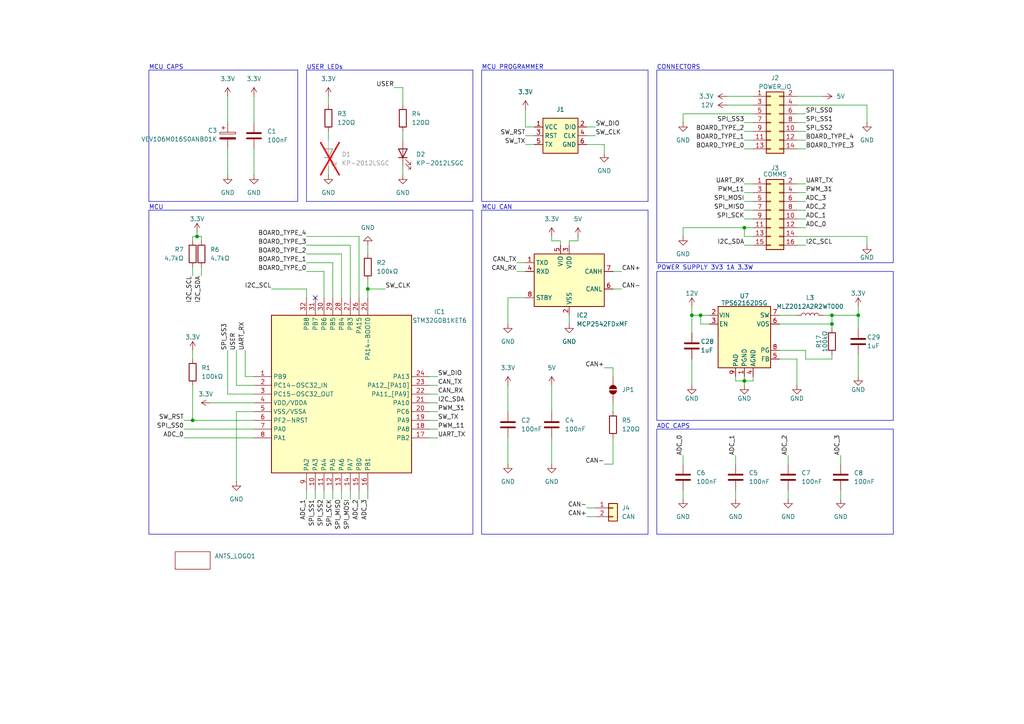
<source format=kicad_sch>
(kicad_sch (version 20250114) (generator "eeschema") (generator_version "9.0")
  (paper "A4")
  (lib_symbols
    (symbol "Connector_Generic:Conn_01x02" (pin_names (offset 1.016) (hide yes))
      (property "Reference" "J" (at 0 2.54 0))
      (property "Value" "Conn_01x02" (at 0 -5.08 0))
      (symbol "Conn_01x02_1_1"
        (rectangle (start -1.27 1.27) (end 1.27 -3.81) (stroke (width 0.254)) (fill (type background)))
        (rectangle (start -1.27 0.127) (end 0 -0.127) (stroke (width 0.1524)))
        (rectangle (start -1.27 -2.413) (end 0 -2.667) (stroke (width 0.1524)))
        (pin passive line (at -5.08 0 0) (length 3.81) (name "Pin_1") (number "1"))
        (pin passive line (at -5.08 -2.54 0) (length 3.81) (name "Pin_2") (number "2"))
      )
    )
    (symbol "Connector_Generic:Conn_02x07_Odd_Even" (pin_names (offset 1.016) (hide yes))
      (property "Reference" "J" (at 1.27 10.16 0))
      (property "Value" "Conn_02x07_Odd_Even" (at 1.27 -10.16 0))
      (symbol "Conn_02x07_Odd_Even_1_1"
        (rectangle (start -1.27 8.89) (end 3.81 -8.89) (stroke (width 0.254)) (fill (type background)))
        (rectangle (start -1.27 7.747) (end 0 7.493) (stroke (width 0.1524)))
        (rectangle (start -1.27 5.207) (end 0 4.953) (stroke (width 0.1524)))
        (rectangle (start -1.27 2.667) (end 0 2.413) (stroke (width 0.1524)))
        (rectangle (start -1.27 0.127) (end 0 -0.127) (stroke (width 0.1524)))
        (rectangle (start -1.27 -2.413) (end 0 -2.667) (stroke (width 0.1524)))
        (rectangle (start -1.27 -4.953) (end 0 -5.207) (stroke (width 0.1524)))
        (rectangle (start -1.27 -7.493) (end 0 -7.747) (stroke (width 0.1524)))
        (rectangle (start 3.81 7.747) (end 2.54 7.493) (stroke (width 0.1524)))
        (rectangle (start 3.81 5.207) (end 2.54 4.953) (stroke (width 0.1524)))
        (rectangle (start 3.81 2.667) (end 2.54 2.413) (stroke (width 0.1524)))
        (rectangle (start 3.81 0.127) (end 2.54 -0.127) (stroke (width 0.1524)))
        (rectangle (start 3.81 -2.413) (end 2.54 -2.667) (stroke (width 0.1524)))
        (rectangle (start 3.81 -4.953) (end 2.54 -5.207) (stroke (width 0.1524)))
        (rectangle (start 3.81 -7.493) (end 2.54 -7.747) (stroke (width 0.1524)))
        (pin passive line (at -5.08 7.62 0) (length 3.81) (name "Pin_1") (number "1"))
        (pin passive line (at -5.08 5.08 0) (length 3.81) (name "Pin_3") (number "3"))
        (pin passive line (at -5.08 2.54 0) (length 3.81) (name "Pin_5") (number "5"))
        (pin passive line (at -5.08 0 0) (length 3.81) (name "Pin_7") (number "7"))
        (pin passive line (at -5.08 -2.54 0) (length 3.81) (name "Pin_9") (number "9"))
        (pin passive line (at -5.08 -5.08 0) (length 3.81) (name "Pin_11") (number "11"))
        (pin passive line (at -5.08 -7.62 0) (length 3.81) (name "Pin_13") (number "13"))
        (pin passive line (at 7.62 7.62 180) (length 3.81) (name "Pin_2") (number "2"))
        (pin passive line (at 7.62 5.08 180) (length 3.81) (name "Pin_4") (number "4"))
        (pin passive line (at 7.62 2.54 180) (length 3.81) (name "Pin_6") (number "6"))
        (pin passive line (at 7.62 0 180) (length 3.81) (name "Pin_8") (number "8"))
        (pin passive line (at 7.62 -2.54 180) (length 3.81) (name "Pin_10") (number "10"))
        (pin passive line (at 7.62 -5.08 180) (length 3.81) (name "Pin_12") (number "12"))
        (pin passive line (at 7.62 -7.62 180) (length 3.81) (name "Pin_14") (number "14"))
      )
    )
    (symbol "Connector_Generic:Conn_02x08_Odd_Even" (pin_names (offset 1.016) (hide yes))
      (property "Reference" "J" (at 1.27 10.16 0))
      (property "Value" "Conn_02x08_Odd_Even" (at 1.27 -12.7 0))
      (symbol "Conn_02x08_Odd_Even_1_1"
        (rectangle (start -1.27 8.89) (end 3.81 -11.43) (stroke (width 0.254)) (fill (type background)))
        (rectangle (start -1.27 7.747) (end 0 7.493) (stroke (width 0.1524)))
        (rectangle (start -1.27 5.207) (end 0 4.953) (stroke (width 0.1524)))
        (rectangle (start -1.27 2.667) (end 0 2.413) (stroke (width 0.1524)))
        (rectangle (start -1.27 0.127) (end 0 -0.127) (stroke (width 0.1524)))
        (rectangle (start -1.27 -2.413) (end 0 -2.667) (stroke (width 0.1524)))
        (rectangle (start -1.27 -4.953) (end 0 -5.207) (stroke (width 0.1524)))
        (rectangle (start -1.27 -7.493) (end 0 -7.747) (stroke (width 0.1524)))
        (rectangle (start -1.27 -10.033) (end 0 -10.287) (stroke (width 0.1524)))
        (rectangle (start 3.81 7.747) (end 2.54 7.493) (stroke (width 0.1524)))
        (rectangle (start 3.81 5.207) (end 2.54 4.953) (stroke (width 0.1524)))
        (rectangle (start 3.81 2.667) (end 2.54 2.413) (stroke (width 0.1524)))
        (rectangle (start 3.81 0.127) (end 2.54 -0.127) (stroke (width 0.1524)))
        (rectangle (start 3.81 -2.413) (end 2.54 -2.667) (stroke (width 0.1524)))
        (rectangle (start 3.81 -4.953) (end 2.54 -5.207) (stroke (width 0.1524)))
        (rectangle (start 3.81 -7.493) (end 2.54 -7.747) (stroke (width 0.1524)))
        (rectangle (start 3.81 -10.033) (end 2.54 -10.287) (stroke (width 0.1524)))
        (pin passive line (at -5.08 7.62 0) (length 3.81) (name "Pin_1") (number "1"))
        (pin passive line (at -5.08 5.08 0) (length 3.81) (name "Pin_3") (number "3"))
        (pin passive line (at -5.08 2.54 0) (length 3.81) (name "Pin_5") (number "5"))
        (pin passive line (at -5.08 0 0) (length 3.81) (name "Pin_7") (number "7"))
        (pin passive line (at -5.08 -2.54 0) (length 3.81) (name "Pin_9") (number "9"))
        (pin passive line (at -5.08 -5.08 0) (length 3.81) (name "Pin_11") (number "11"))
        (pin passive line (at -5.08 -7.62 0) (length 3.81) (name "Pin_13") (number "13"))
        (pin passive line (at -5.08 -10.16 0) (length 3.81) (name "Pin_15") (number "15"))
        (pin passive line (at 7.62 7.62 180) (length 3.81) (name "Pin_2") (number "2"))
        (pin passive line (at 7.62 5.08 180) (length 3.81) (name "Pin_4") (number "4"))
        (pin passive line (at 7.62 2.54 180) (length 3.81) (name "Pin_6") (number "6"))
        (pin passive line (at 7.62 0 180) (length 3.81) (name "Pin_8") (number "8"))
        (pin passive line (at 7.62 -2.54 180) (length 3.81) (name "Pin_10") (number "10"))
        (pin passive line (at 7.62 -5.08 180) (length 3.81) (name "Pin_12") (number "12"))
        (pin passive line (at 7.62 -7.62 180) (length 3.81) (name "Pin_14") (number "14"))
        (pin passive line (at 7.62 -10.16 180) (length 3.81) (name "Pin_16") (number "16"))
      )
    )
    (symbol "Device:C" (pin_numbers (hide yes)) (pin_names (offset 0.254))
      (property "Reference" "C" (at 0.635 2.54 0))
      (property "Value" "C" (at 0.635 -2.54 0))
      (symbol "C_0_1"
        (polyline (pts (xy -2.032 0.762) (xy 2.032 0.762)) (stroke (width 0.508)))
        (polyline (pts (xy -2.032 -0.762) (xy 2.032 -0.762)) (stroke (width 0.508)))
      )
      (symbol "C_1_1"
        (pin passive line (at 0 3.81 270) (length 2.794) (name "~") (number "1"))
        (pin passive line (at 0 -3.81 90) (length 2.794) (name "~") (number "2"))
      )
    )
    (symbol "Device:C_Polarized" (pin_numbers (hide yes)) (pin_names (offset 0.254))
      (property "Reference" "C" (at 0.635 2.54 0))
      (property "Value" "C_Polarized" (at 0.635 -2.54 0))
      (symbol "C_Polarized_0_1"
        (rectangle (start -2.286 0.508) (end 2.286 1.016))
        (polyline (pts (xy -1.778 2.286) (xy -0.762 2.286)))
        (polyline (pts (xy -1.27 2.794) (xy -1.27 1.778)))
        (rectangle (start 2.286 -0.508) (end -2.286 -1.016) (fill (type outline)))
      )
      (symbol "C_Polarized_1_1"
        (pin passive line (at 0 3.81 270) (length 2.794) (name "~") (number "1"))
        (pin passive line (at 0 -3.81 90) (length 2.794) (name "~") (number "2"))
      )
    )
    (symbol "Device:L" (pin_numbers (hide yes)) (pin_names (offset 1.016) (hide yes))
      (property "Reference" "L" (at -1.27 0 90))
      (property "Value" "L" (at 1.905 0 90))
      (symbol "L_0_1"
        (arc (start 0 2.54) (mid 0.6323 1.905) (end 0 1.27))
        (arc (start 0 1.27) (mid 0.6323 0.635) (end 0 0))
        (arc (start 0 0) (mid 0.6323 -0.635) (end 0 -1.27))
        (arc (start 0 -1.27) (mid 0.6323 -1.905) (end 0 -2.54))
      )
      (symbol "L_1_1"
        (pin passive line (at 0 3.81 270) (length 1.27) (name "1") (number "1"))
        (pin passive line (at 0 -3.81 90) (length 1.27) (name "2") (number "2"))
      )
    )
    (symbol "Device:LED" (pin_numbers (hide yes)) (pin_names (offset 1.016) (hide yes))
      (property "Reference" "D" (at 0 2.54 0))
      (property "Value" "LED" (at 0 -2.54 0))
      (symbol "LED_0_1"
        (polyline (pts (xy -3.048 -0.762) (xy -4.572 -2.286) (xy -3.81 -2.286) (xy -4.572 -2.286) (xy -4.572 -1.524)))
        (polyline (pts (xy -1.778 -0.762) (xy -3.302 -2.286) (xy -2.54 -2.286) (xy -3.302 -2.286) (xy -3.302 -1.524)))
        (polyline (pts (xy -1.27 0) (xy 1.27 0)))
        (polyline (pts (xy -1.27 -1.27) (xy -1.27 1.27)) (stroke (width 0.254)))
        (polyline (pts (xy 1.27 -1.27) (xy 1.27 1.27) (xy -1.27 0) (xy 1.27 -1.27)) (stroke (width 0.254)))
      )
      (symbol "LED_1_1"
        (pin passive line (at -3.81 0 0) (length 2.54) (name "K") (number "1"))
        (pin passive line (at 3.81 0 180) (length 2.54) (name "A") (number "2"))
      )
    )
    (symbol "Device:R" (pin_numbers (hide yes)) (pin_names (offset 0))
      (property "Reference" "R" (at 2.032 0 90))
      (property "Value" "R" (at 0 0 90))
      (symbol "R_0_1"
        (rectangle (start -1.016 -2.54) (end 1.016 2.54) (stroke (width 0.254)))
      )
      (symbol "R_1_1"
        (pin passive line (at 0 3.81 270) (length 1.27) (name "~") (number "1"))
        (pin passive line (at 0 -3.81 90) (length 1.27) (name "~") (number "2"))
      )
    )
    (symbol "Interface_CAN_LIN:MCP2542FDxMF"
      (property "Reference" "U" (at -10.16 8.89 0))
      (property "Value" "MCP2542FDxMF" (at 2.54 8.89 0))
      (symbol "MCP2542FDxMF_0_1"
        (rectangle (start -10.16 7.62) (end 10.16 -7.62) (stroke (width 0.254)) (fill (type background)))
      )
      (symbol "MCP2542FDxMF_1_1"
        (pin input line (at -12.7 5.08 0) (length 2.54) (name "TXD") (number "1"))
        (pin output line (at -12.7 2.54 0) (length 2.54) (name "RXD") (number "4"))
        (pin input line (at -12.7 -5.08 0) (length 2.54) (name "STBY") (number "8"))
        (pin power_in line (at -2.54 10.16 270) (length 2.54) (name "VIO") (number "5"))
        (pin power_in line (at 0 10.16 270) (length 2.54) (name "VDD") (number "3"))
        (pin power_in line (at 0 -10.16 90) (length 2.54) (name "VSS") (number "2"))
        (pin bidirectional line (at 12.7 2.54 180) (length 2.54) (name "CANH") (number "7"))
        (pin bidirectional line (at 12.7 -2.54 180) (length 2.54) (name "CANL") (number "6"))
      )
    )
    (symbol "Jumper:SolderJumper_2_Open" (pin_numbers (hide yes)) (pin_names (offset 0) (hide yes)) (in_bom no)
      (property "Reference" "JP" (at 0 2.032 0))
      (property "Value" "SolderJumper_2_Open" (at 0 -2.54 0))
      (symbol "SolderJumper_2_Open_0_1"
        (polyline (pts (xy -0.254 1.016) (xy -0.254 -1.016)))
        (arc (start -0.254 -1.016) (mid -1.2656 0) (end -0.254 1.016))
        (arc (start -0.254 -1.016) (mid -1.2656 0) (end -0.254 1.016) (fill (type outline)))
        (arc (start 0.254 1.016) (mid 1.2656 0) (end 0.254 -1.016))
        (arc (start 0.254 1.016) (mid 1.2656 0) (end 0.254 -1.016) (fill (type outline)))
        (polyline (pts (xy 0.254 1.016) (xy 0.254 -1.016)))
      )
      (symbol "SolderJumper_2_Open_1_1"
        (pin passive line (at -3.81 0 0) (length 2.54) (name "A") (number "1"))
        (pin passive line (at 3.81 0 180) (length 2.54) (name "B") (number "2"))
      )
    )
    (symbol "Regulator_Switching:TPS62162DSG" (pin_names (offset 0.254))
      (property "Reference" "U" (at -7.62 11.43 0))
      (property "Value" "TPS62162DSG" (at -1.27 11.43 0))
      (symbol "TPS62162DSG_0_1"
        (rectangle (start -7.62 10.16) (end 7.62 -7.62) (stroke (width 0.254)) (fill (type background)))
      )
      (symbol "TPS62162DSG_1_1"
        (pin power_in line (at -10.16 7.62 0) (length 2.54) (name "VIN") (number "2"))
        (pin input line (at -10.16 5.08 0) (length 2.54) (name "EN") (number "3"))
        (pin power_in line (at -2.54 -10.16 90) (length 2.54) (name "PAD") (number "9"))
        (pin power_in line (at 0 -10.16 90) (length 2.54) (name "PGND") (number "1"))
        (pin power_in line (at 2.54 -10.16 90) (length 2.54) (name "AGND") (number "4"))
        (pin output line (at 10.16 7.62 180) (length 2.54) (name "SW") (number "7"))
        (pin input line (at 10.16 5.08 180) (length 2.54) (name "VOS") (number "6"))
        (pin open_collector line (at 10.16 -2.54 180) (length 2.54) (name "PG") (number "8"))
        (pin input line (at 10.16 -5.08 180) (length 2.54) (name "FB") (number "5"))
      )
    )
    (symbol "STM32G0B1KET6:STM32G0B1KET6"
      (property "Reference" "IC" (at 46.99 22.86 0))
      (property "Value" "STM32G0B1KET6" (at 46.99 20.32 0))
      (symbol "STM32G0B1KET6_1_1"
        (rectangle (start 5.08 17.78) (end 45.72 -27.94) (stroke (width 0.254)) (fill (type background)))
        (pin passive line (at 0 0 0) (length 5.08) (name "PB9") (number "1"))
        (pin passive line (at 0 -2.54 0) (length 5.08) (name "PC14-OSC32_IN") (number "2"))
        (pin passive line (at 0 -5.08 0) (length 5.08) (name "PC15-OSC32_OUT") (number "3"))
        (pin passive line (at 0 -7.62 0) (length 5.08) (name "VDD/VDDA") (number "4"))
        (pin passive line (at 0 -10.16 0) (length 5.08) (name "VSS/VSSA") (number "5"))
        (pin passive line (at 0 -12.7 0) (length 5.08) (name "PF2-NRST") (number "6"))
        (pin passive line (at 0 -15.24 0) (length 5.08) (name "PA0") (number "7"))
        (pin passive line (at 0 -17.78 0) (length 5.08) (name "PA1") (number "8"))
        (pin passive line (at 15.24 22.86 270) (length 5.08) (name "PB8") (number "32"))
        (pin passive line (at 15.24 -33.02 90) (length 5.08) (name "PA2") (number "9"))
        (pin passive line (at 17.78 22.86 270) (length 5.08) (name "PB7") (number "31"))
        (pin passive line (at 17.78 -33.02 90) (length 5.08) (name "PA3") (number "10"))
        (pin passive line (at 20.32 22.86 270) (length 5.08) (name "PB6") (number "30"))
        (pin passive line (at 20.32 -33.02 90) (length 5.08) (name "PA4") (number "11"))
        (pin passive line (at 22.86 22.86 270) (length 5.08) (name "PB5") (number "29"))
        (pin passive line (at 22.86 -33.02 90) (length 5.08) (name "PA5") (number "12"))
        (pin passive line (at 25.4 22.86 270) (length 5.08) (name "PB4") (number "28"))
        (pin passive line (at 25.4 -33.02 90) (length 5.08) (name "PA6") (number "13"))
        (pin passive line (at 27.94 22.86 270) (length 5.08) (name "PB3") (number "27"))
        (pin passive line (at 27.94 -33.02 90) (length 5.08) (name "PA7") (number "14"))
        (pin passive line (at 30.48 22.86 270) (length 5.08) (name "PA15") (number "26"))
        (pin passive line (at 30.48 -33.02 90) (length 5.08) (name "PB0") (number "15"))
        (pin passive line (at 33.02 22.86 270) (length 5.08) (name "PA14-BOOT0") (number "25"))
        (pin passive line (at 33.02 -33.02 90) (length 5.08) (name "PB1") (number "16"))
        (pin passive line (at 50.8 0 180) (length 5.08) (name "PA13") (number "24"))
        (pin passive line (at 50.8 -2.54 180) (length 5.08) (name "PA12_[PA10]") (number "23"))
        (pin passive line (at 50.8 -5.08 180) (length 5.08) (name "PA11_[PA9]") (number "22"))
        (pin passive line (at 50.8 -7.62 180) (length 5.08) (name "PA10") (number "21"))
        (pin passive line (at 50.8 -10.16 180) (length 5.08) (name "PC6") (number "20"))
        (pin passive line (at 50.8 -12.7 180) (length 5.08) (name "PA9") (number "19"))
        (pin passive line (at 50.8 -15.24 180) (length 5.08) (name "PA8") (number "18"))
        (pin passive line (at 50.8 -17.78 180) (length 5.08) (name "PB2") (number "17"))
      )
    )
    (symbol "antslab:ANTS_LOGO" (in_bom no)
      (property "Reference" "ANTS_LOGO" (at 0 -1.016 0))
      (symbol "ANTS_LOGO_0_1"
        (rectangle (start -5.08 -2.54) (end 5.08 -7.62))
      )
    )
    (symbol "antslab:STM_PROG"
      (property "Reference" "J" (at 0 0 0))
      (symbol "STM_PROG_1_1"
        (rectangle (start -6.35 -1.27) (end 3.81 -11.43) (stroke (width 0.254)) (fill (type background)))
        (pin power_in line (at -8.89 -3.81 0) (length 2.54) (name "VCC") (number "1"))
        (pin bidirectional line (at -8.89 -6.35 0) (length 2.54) (name "RST") (number "3"))
        (pin bidirectional line (at -8.89 -8.89 0) (length 2.54) (name "TX") (number "5"))
        (pin bidirectional line (at 6.35 -3.81 180) (length 2.54) (name "DIO") (number "2"))
        (pin bidirectional line (at 6.35 -6.35 180) (length 2.54) (name "CLK") (number "4"))
        (pin power_in line (at 6.35 -8.89 180) (length 2.54) (name "GND") (number "6"))
      )
    )
    (symbol "power:GND" (power) (pin_numbers (hide yes)) (pin_names (offset 0) (hide yes))
      (property "Value" "GND" (at 0 -3.81 0))
      (symbol "GND_0_1"
        (polyline (pts (xy 0 0) (xy 0 -1.27) (xy 1.27 -1.27) (xy 0 -2.54) (xy -1.27 -1.27) (xy 0 -1.27)))
      )
      (symbol "GND_1_1"
        (pin power_in line (at 0 0 270) (length 0) (name "~") (number "1"))
      )
    )
    (symbol "power:VCC" (power) (pin_numbers (hide yes)) (pin_names (offset 0) (hide yes))
      (property "Value" "VCC" (at 0 3.556 0))
      (symbol "VCC_0_1"
        (polyline (pts (xy -0.762 1.27) (xy 0 2.54)))
        (polyline (pts (xy 0 2.54) (xy 0.762 1.27)))
        (polyline (pts (xy 0 0) (xy 0 2.54)))
      )
      (symbol "VCC_1_1"
        (pin power_in line (at 0 0 90) (length 0) (name "~") (number "1"))
      )
    )
  )
  (text "MCU CAN" (at 139.7 60.96 0) (effects (font (size 1.27 1.27)) (justify left bottom)))
  (text "MCU" (at 43.18 60.96 0) (effects (font (size 1.27 1.27)) (justify left bottom)))
  (text "MCU PROGRAMMER" (at 139.7 20.32 0) (effects (font (size 1.27 1.27)) (justify left bottom)))
  (text "CONNECTORS" (at 190.5 20.32 0) (effects (font (size 1.27 1.27)) (justify left bottom)))
  (text "ADC CAPS" (at 190.5 124.46 0) (effects (font (size 1.27 1.27)) (justify left bottom)))
  (text "MCU CAPS" (at 43.18 20.32 0) (effects (font (size 1.27 1.27)) (justify left bottom)))
  (text "POWER SUPPLY 3V3 1A 3.3W" (at 190.5 77.724 0) (effects (font (size 1.27 1.27)) (justify left)))
  (text "USER LEDs" (at 88.9 20.32 0) (effects (font (size 1.27 1.27)) (justify left bottom)))
  (junction (at 203.2 91.44))
  (junction (at 200.66 91.44))
  (junction (at 248.92 91.44))
  (junction (at 55.88 121.92))
  (junction (at 215.9 66.04))
  (junction (at 215.9 110.49))
  (junction (at 57.15 68.58))
  (junction (at 106.68 83.82))
  (junction (at 241.3 91.44))
  (junction (at 241.3 93.98))
  (no_connect (at 91.44 86.36))
  (polyline (pts (xy 137.16 20.32) (xy 137.16 58.42)))
  (wire (pts (xy 66.04 27.94) (xy 66.04 35.56)))
  (wire (pts (xy 91.44 142.24) (xy 91.44 144.78)))
  (wire (pts (xy 106.68 142.24) (xy 106.68 144.78)))
  (wire (pts (xy 104.14 68.58) (xy 88.9 68.58)))
  (wire (pts (xy 106.68 71.12) (xy 106.68 73.66)))
  (wire (pts (xy 231.14 66.04) (xy 233.68 66.04)))
  (polyline (pts (xy 259.08 121.92) (xy 190.5 121.92)))
  (wire (pts (xy 124.46 114.3) (xy 127 114.3)))
  (wire (pts (xy 101.6 71.12) (xy 101.6 86.36)))
  (wire (pts (xy 213.36 142.24) (xy 213.36 144.78)))
  (wire (pts (xy 99.06 73.66) (xy 88.9 73.66)))
  (wire (pts (xy 198.12 33.02) (xy 218.44 33.02)))
  (wire (pts (xy 215.9 109.22) (xy 215.9 110.49)))
  (wire (pts (xy 226.06 101.6) (xy 233.68 101.6)))
  (wire (pts (xy 73.66 43.18) (xy 73.66 50.8)))
  (polyline (pts (xy 43.18 20.32) (xy 86.36 20.32)))
  (wire (pts (xy 226.06 91.44) (xy 231.14 91.44)))
  (polyline (pts (xy 137.16 154.94) (xy 43.18 154.94)))
  (wire (pts (xy 218.44 109.22) (xy 218.44 110.49)))
  (wire (pts (xy 243.84 132.08) (xy 243.84 134.62)))
  (polyline (pts (xy 259.08 76.2) (xy 259.08 20.32)))
  (wire (pts (xy 96.52 76.2) (xy 96.52 86.36)))
  (wire (pts (xy 248.92 102.87) (xy 248.92 109.22)))
  (wire (pts (xy 78.74 83.82) (xy 88.9 83.82)))
  (wire (pts (xy 218.44 110.49) (xy 215.9 110.49)))
  (wire (pts (xy 124.46 121.92) (xy 127 121.92)))
  (wire (pts (xy 152.4 76.2) (xy 149.86 76.2)))
  (wire (pts (xy 93.98 142.24) (xy 93.98 144.78)))
  (polyline (pts (xy 187.96 58.42) (xy 187.96 20.32)))
  (wire (pts (xy 215.9 71.12) (xy 218.44 71.12)))
  (wire (pts (xy 58.42 68.58) (xy 58.42 69.85)))
  (polyline (pts (xy 190.5 124.46) (xy 259.08 124.46)))
  (wire (pts (xy 53.34 127) (xy 73.66 127)))
  (wire (pts (xy 147.32 127) (xy 147.32 134.62)))
  (wire (pts (xy 215.9 110.49) (xy 215.9 111.76)))
  (wire (pts (xy 231.14 38.1) (xy 233.68 38.1)))
  (wire (pts (xy 116.84 48.26) (xy 116.84 50.8)))
  (polyline (pts (xy 88.9 58.42) (xy 137.16 58.42)))
  (polyline (pts (xy 259.08 76.2) (xy 190.5 76.2)))
  (wire (pts (xy 167.64 68.58) (xy 167.64 69.85)))
  (wire (pts (xy 251.46 71.12) (xy 251.46 68.58)))
  (wire (pts (xy 213.36 110.49) (xy 215.9 110.49)))
  (wire (pts (xy 58.42 77.47) (xy 58.42 80.01)))
  (wire (pts (xy 106.68 81.28) (xy 106.68 83.82)))
  (wire (pts (xy 95.25 48.26) (xy 95.25 50.8)))
  (wire (pts (xy 66.04 101.6) (xy 66.04 114.3)))
  (wire (pts (xy 152.4 36.83) (xy 152.4 31.75)))
  (wire (pts (xy 231.14 55.88) (xy 233.68 55.88)))
  (wire (pts (xy 215.9 53.34) (xy 218.44 53.34)))
  (wire (pts (xy 160.02 111.76) (xy 160.02 119.38)))
  (wire (pts (xy 177.8 83.82) (xy 180.34 83.82)))
  (wire (pts (xy 231.14 53.34) (xy 233.68 53.34)))
  (wire (pts (xy 147.32 86.36) (xy 152.4 86.36)))
  (wire (pts (xy 198.12 132.08) (xy 198.12 134.62)))
  (wire (pts (xy 198.12 35.56) (xy 198.12 33.02)))
  (wire (pts (xy 238.76 27.94) (xy 231.14 27.94)))
  (polyline (pts (xy 259.08 121.92) (xy 259.08 78.74)))
  (wire (pts (xy 73.66 111.76) (xy 68.58 111.76)))
  (polyline (pts (xy 190.5 124.46) (xy 190.5 154.94)))
  (wire (pts (xy 170.18 149.86) (xy 172.72 149.86)))
  (polyline (pts (xy 187.96 154.94) (xy 187.96 60.96)))
  (wire (pts (xy 251.46 35.56) (xy 251.46 30.48)))
  (wire (pts (xy 55.88 77.47) (xy 55.88 80.01)))
  (wire (pts (xy 205.74 93.98) (xy 203.2 93.98)))
  (wire (pts (xy 96.52 142.24) (xy 96.52 144.78)))
  (wire (pts (xy 165.1 91.44) (xy 165.1 93.98)))
  (wire (pts (xy 213.36 132.08) (xy 213.36 134.62)))
  (wire (pts (xy 231.14 104.14) (xy 231.14 111.76)))
  (wire (pts (xy 241.3 104.14) (xy 241.3 102.87)))
  (wire (pts (xy 215.9 63.5) (xy 218.44 63.5)))
  (polyline (pts (xy 190.5 20.32) (xy 190.5 76.2)))
  (wire (pts (xy 124.46 124.46) (xy 127 124.46)))
  (wire (pts (xy 99.06 86.36) (xy 99.06 73.66)))
  (wire (pts (xy 57.15 68.58) (xy 58.42 68.58)))
  (polyline (pts (xy 259.08 78.74) (xy 190.5 78.74)))
  (wire (pts (xy 198.12 142.24) (xy 198.12 144.78)))
  (wire (pts (xy 165.1 69.85) (xy 165.1 71.12)))
  (wire (pts (xy 152.4 39.37) (xy 154.94 39.37)))
  (wire (pts (xy 152.4 41.91) (xy 154.94 41.91)))
  (wire (pts (xy 177.8 106.68) (xy 177.8 109.22)))
  (wire (pts (xy 101.6 142.24) (xy 101.6 144.78)))
  (wire (pts (xy 66.04 114.3) (xy 73.66 114.3)))
  (wire (pts (xy 215.9 43.18) (xy 218.44 43.18)))
  (wire (pts (xy 241.3 91.44) (xy 248.92 91.44)))
  (wire (pts (xy 66.04 43.18) (xy 66.04 50.8)))
  (wire (pts (xy 124.46 119.38) (xy 127 119.38)))
  (wire (pts (xy 53.34 124.46) (xy 73.66 124.46)))
  (wire (pts (xy 55.88 121.92) (xy 73.66 121.92)))
  (wire (pts (xy 170.18 41.91) (xy 175.26 41.91)))
  (wire (pts (xy 88.9 76.2) (xy 96.52 76.2)))
  (wire (pts (xy 106.68 83.82) (xy 111.76 83.82)))
  (polyline (pts (xy 88.9 20.32) (xy 88.9 58.42)))
  (wire (pts (xy 68.58 111.76) (xy 68.58 101.6)))
  (wire (pts (xy 95.25 38.1) (xy 95.25 40.64)))
  (wire (pts (xy 160.02 69.85) (xy 162.56 69.85)))
  (polyline (pts (xy 86.36 58.42) (xy 43.18 58.42)))
  (wire (pts (xy 215.9 58.42) (xy 218.44 58.42)))
  (polyline (pts (xy 43.18 20.32) (xy 43.18 58.42)))
  (polyline (pts (xy 43.18 60.96) (xy 137.16 60.96)))
  (wire (pts (xy 147.32 93.98) (xy 147.32 86.36)))
  (wire (pts (xy 231.14 71.12) (xy 233.68 71.12)))
  (wire (pts (xy 167.64 69.85) (xy 165.1 69.85)))
  (wire (pts (xy 228.6 142.24) (xy 228.6 144.78)))
  (wire (pts (xy 228.6 132.08) (xy 228.6 134.62)))
  (wire (pts (xy 124.46 109.22) (xy 127 109.22)))
  (polyline (pts (xy 86.36 58.42) (xy 86.36 20.32)))
  (polyline (pts (xy 139.7 20.32) (xy 139.7 58.42)))
  (polyline (pts (xy 190.5 154.94) (xy 259.08 154.94)))
  (wire (pts (xy 241.3 93.98) (xy 241.3 95.25)))
  (wire (pts (xy 175.26 41.91) (xy 175.26 44.45)))
  (wire (pts (xy 231.14 68.58) (xy 251.46 68.58)))
  (polyline (pts (xy 88.9 20.32) (xy 137.16 20.32)))
  (polyline (pts (xy 139.7 20.32) (xy 187.96 20.32)))
  (polyline (pts (xy 187.96 154.94) (xy 139.7 154.94)))
  (wire (pts (xy 170.18 36.83) (xy 172.72 36.83)))
  (polyline (pts (xy 43.18 60.96) (xy 43.18 154.94)))
  (polyline (pts (xy 139.7 60.96) (xy 187.96 60.96)))
  (wire (pts (xy 210.82 30.48) (xy 218.44 30.48)))
  (wire (pts (xy 55.88 101.6) (xy 55.88 104.14)))
  (wire (pts (xy 218.44 68.58) (xy 215.9 68.58)))
  (wire (pts (xy 226.06 93.98) (xy 241.3 93.98)))
  (wire (pts (xy 215.9 55.88) (xy 218.44 55.88)))
  (wire (pts (xy 124.46 111.76) (xy 127 111.76)))
  (wire (pts (xy 215.9 38.1) (xy 218.44 38.1)))
  (wire (pts (xy 147.32 111.76) (xy 147.32 119.38)))
  (wire (pts (xy 198.12 66.04) (xy 215.9 66.04)))
  (wire (pts (xy 55.88 68.58) (xy 57.15 68.58)))
  (wire (pts (xy 198.12 68.58) (xy 198.12 66.04)))
  (wire (pts (xy 124.46 116.84) (xy 127 116.84)))
  (wire (pts (xy 231.14 35.56) (xy 233.68 35.56)))
  (wire (pts (xy 243.84 142.24) (xy 243.84 144.78)))
  (wire (pts (xy 175.26 134.62) (xy 177.8 134.62)))
  (wire (pts (xy 88.9 78.74) (xy 93.98 78.74)))
  (wire (pts (xy 116.84 38.1) (xy 116.84 40.64)))
  (wire (pts (xy 114.3 25.4) (xy 116.84 25.4)))
  (polyline (pts (xy 137.16 154.94) (xy 137.16 60.96)))
  (wire (pts (xy 104.14 142.24) (xy 104.14 144.78)))
  (wire (pts (xy 106.68 83.82) (xy 106.68 86.36)))
  (wire (pts (xy 200.66 91.44) (xy 203.2 91.44)))
  (wire (pts (xy 170.18 39.37) (xy 172.72 39.37)))
  (wire (pts (xy 177.8 78.74) (xy 180.34 78.74)))
  (wire (pts (xy 251.46 30.48) (xy 231.14 30.48)))
  (polyline (pts (xy 187.96 58.42) (xy 139.7 58.42)))
  (wire (pts (xy 68.58 119.38) (xy 68.58 139.7)))
  (wire (pts (xy 200.66 88.9) (xy 200.66 91.44)))
  (polyline (pts (xy 190.5 20.32) (xy 259.08 20.32)))
  (wire (pts (xy 215.9 60.96) (xy 218.44 60.96)))
  (wire (pts (xy 93.98 78.74) (xy 93.98 86.36)))
  (wire (pts (xy 68.58 119.38) (xy 73.66 119.38)))
  (wire (pts (xy 60.96 116.84) (xy 73.66 116.84)))
  (wire (pts (xy 175.26 106.68) (xy 177.8 106.68)))
  (wire (pts (xy 88.9 142.24) (xy 88.9 144.78)))
  (wire (pts (xy 170.18 147.32) (xy 172.72 147.32)))
  (wire (pts (xy 99.06 142.24) (xy 99.06 144.78)))
  (wire (pts (xy 218.44 27.94) (xy 210.82 27.94)))
  (wire (pts (xy 160.02 68.58) (xy 160.02 69.85)))
  (wire (pts (xy 241.3 93.98) (xy 241.3 91.44)))
  (wire (pts (xy 53.34 121.92) (xy 55.88 121.92)))
  (wire (pts (xy 238.76 91.44) (xy 241.3 91.44)))
  (wire (pts (xy 231.14 58.42) (xy 233.68 58.42)))
  (wire (pts (xy 177.8 134.62) (xy 177.8 127)))
  (wire (pts (xy 203.2 93.98) (xy 203.2 91.44)))
  (wire (pts (xy 71.12 101.6) (xy 71.12 109.22)))
  (wire (pts (xy 248.92 91.44) (xy 248.92 95.25)))
  (wire (pts (xy 154.94 36.83) (xy 152.4 36.83)))
  (wire (pts (xy 152.4 78.74) (xy 149.86 78.74)))
  (wire (pts (xy 116.84 25.4) (xy 116.84 30.48)))
  (wire (pts (xy 233.68 104.14) (xy 241.3 104.14)))
  (wire (pts (xy 215.9 40.64) (xy 218.44 40.64)))
  (wire (pts (xy 160.02 127) (xy 160.02 134.62)))
  (polyline (pts (xy 190.5 121.92) (xy 190.5 78.74)))
  (wire (pts (xy 231.14 33.02) (xy 233.68 33.02)))
  (wire (pts (xy 200.66 104.14) (xy 200.66 111.76)))
  (wire (pts (xy 55.88 69.85) (xy 55.88 68.58)))
  (wire (pts (xy 73.66 27.94) (xy 73.66 35.56)))
  (wire (pts (xy 215.9 68.58) (xy 215.9 66.04)))
  (wire (pts (xy 177.8 116.84) (xy 177.8 119.38)))
  (wire (pts (xy 233.68 101.6) (xy 233.68 104.14)))
  (wire (pts (xy 55.88 111.76) (xy 55.88 121.92)))
  (wire (pts (xy 215.9 66.04) (xy 218.44 66.04)))
  (wire (pts (xy 231.14 63.5) (xy 233.68 63.5)))
  (wire (pts (xy 104.14 86.36) (xy 104.14 68.58)))
  (wire (pts (xy 213.36 109.22) (xy 213.36 110.49)))
  (wire (pts (xy 57.15 67.31) (xy 57.15 68.58)))
  (wire (pts (xy 231.14 60.96) (xy 233.68 60.96)))
  (polyline (pts (xy 259.08 124.46) (xy 259.08 154.94)))
  (wire (pts (xy 231.14 40.64) (xy 233.68 40.64)))
  (wire (pts (xy 88.9 71.12) (xy 101.6 71.12)))
  (wire (pts (xy 200.66 91.44) (xy 200.66 96.52)))
  (polyline (pts (xy 139.7 60.96) (xy 139.7 154.94)))
  (wire (pts (xy 203.2 91.44) (xy 205.74 91.44)))
  (wire (pts (xy 231.14 43.18) (xy 233.68 43.18)))
  (wire (pts (xy 88.9 83.82) (xy 88.9 86.36)))
  (wire (pts (xy 226.06 104.14) (xy 231.14 104.14)))
  (wire (pts (xy 248.92 88.9) (xy 248.92 91.44)))
  (wire (pts (xy 162.56 69.85) (xy 162.56 71.12)))
  (wire (pts (xy 95.25 27.94) (xy 95.25 30.48)))
  (wire (pts (xy 124.46 127) (xy 127 127)))
  (wire (pts (xy 215.9 35.56) (xy 218.44 35.56)))
  (wire (pts (xy 71.12 109.22) (xy 73.66 109.22)))
  (label "BOARD_TYPE_2" (at 88.9 73.66 180))
  (label "ADC_3" (at 243.84 132.08 90))
  (label "BOARD_TYPE_1" (at 88.9 76.2 180))
  (label "UART_TX" (at 127 127 0))
  (label "PWM_31" (at 127 119.38 0))
  (label "ADC_1" (at 88.9 144.78 270))
  (label "ADC_2" (at 104.14 144.78 270))
  (label "ADC_0" (at 198.12 132.08 90))
  (label "CAN_TX" (at 149.86 76.2 180))
  (label "I2C_SDA" (at 215.9 71.12 180))
  (label "I2C_SCL" (at 55.88 80.01 270))
  (label "SPI_MISO" (at 215.9 60.96 180))
  (label "CAN_RX" (at 127 114.3 0))
  (label "SW_DIO" (at 127 109.22 0))
  (label "PWM_31" (at 233.68 55.88 0))
  (label "CAN-" (at 170.18 147.32 180))
  (label "BOARD_TYPE_0" (at 215.9 43.18 180))
  (label "I2C_SDA" (at 127 116.84 0))
  (label "ADC_2" (at 233.68 60.96 0))
  (label "BOARD_TYPE_2" (at 215.9 38.1 180))
  (label "CAN-" (at 175.26 134.62 180))
  (label "SPI_SS1" (at 91.44 144.78 270))
  (label "CAN+" (at 180.34 78.74 0))
  (label "CAN_RX" (at 149.86 78.74 180))
  (label "BOARD_TYPE_3" (at 88.9 71.12 180))
  (label "SW_RST" (at 152.4 39.37 180))
  (label "ADC_2" (at 228.6 132.08 90))
  (label "SPI_SS1" (at 233.68 35.56 0))
  (label "ADC_3" (at 233.68 58.42 0))
  (label "USER" (at 68.58 101.6 90))
  (label "ADC_0" (at 233.68 66.04 0))
  (label "I2C_SDA" (at 58.42 80.01 270))
  (label "BOARD_TYPE_4" (at 233.68 40.64 0))
  (label "SPI_SCK" (at 96.52 144.78 270))
  (label "CAN-" (at 180.34 83.82 0))
  (label "SPI_SS2" (at 93.98 144.78 270))
  (label "BOARD_TYPE_4" (at 88.9 68.58 180))
  (label "CAN+" (at 175.26 106.68 180))
  (label "SPI_SS0" (at 53.34 124.46 180))
  (label "SPI_SS0" (at 233.68 33.02 0))
  (label "SPI_MOSI" (at 101.6 144.78 270))
  (label "SW_DIO" (at 172.72 36.83 0))
  (label "I2C_SCL" (at 233.68 71.12 0))
  (label "BOARD_TYPE_3" (at 233.68 43.18 0))
  (label "SPI_SS2" (at 233.68 38.1 0))
  (label "SW_TX" (at 127 121.92 0))
  (label "SPI_MOSI" (at 215.9 58.42 180))
  (label "SW_RST" (at 53.34 121.92 180))
  (label "CAN+" (at 170.18 149.86 180))
  (label "USER" (at 114.3 25.4 180))
  (label "ADC_1" (at 233.68 63.5 0))
  (label "UART_TX" (at 233.68 53.34 0))
  (label "SW_CLK" (at 172.72 39.37 0))
  (label "UART_RX" (at 71.12 101.6 90))
  (label "SPI_SCK" (at 215.9 63.5 180))
  (label "ADC_3" (at 106.68 144.78 270))
  (label "BOARD_TYPE_1" (at 215.9 40.64 180))
  (label "SW_CLK" (at 111.76 83.82 0))
  (label "I2C_SCL" (at 78.74 83.82 180))
  (label "PWM_11" (at 215.9 55.88 180))
  (label "SW_TX" (at 152.4 41.91 180))
  (label "ADC_1" (at 213.36 132.08 90))
  (label "SPI_SS3" (at 66.04 101.6 90))
  (label "BOARD_TYPE_0" (at 88.9 78.74 180))
  (label "PWM_11" (at 127 124.46 0))
  (label "UART_RX" (at 215.9 53.34 180))
  (label "SPI_MISO" (at 99.06 144.78 270))
  (label "ADC_0" (at 53.34 127 180))
  (label "CAN_TX" (at 127 111.76 0))
  (label "SPI_SS3" (at 215.9 35.56 180))
  (symbol (lib_id "Device:L") (at 234.95 91.44 90) (unit 1)
    (property "Reference" "L3" (at 234.95 86.36 90))
    (property "Value" "MLZ2012A2R2WT000" (at 234.95 88.9 90))
    (property "Footprint" "Inductor_SMD:L_0805_2012Metric" (effects (hide yes)))
    (property "Description" "SRP1050WA-470M" (effects (hide yes)))
  )
  (symbol (lib_id "power:GND") (at 95.25 50.8 0) (unit 1)
    (property "Reference" "#PWR012" (effects (hide yes)))
    (property "Value" "GND" (at 95.25 55.88 0))
    (property "Description" "Power symbol creates a global label with name \"GND\" , ground" (effects (hide yes)))
  )
  (symbol (lib_id "antslab:STM_PROG") (at 163.83 33.02 0) (unit 1)
    (property "Reference" "J1" (at 162.56 31.75 0))
    (property "Footprint" "Connector_PinSocket_2.54mm:PinSocket_2x03_P2.54mm_Vertical" (effects (hide yes)))
  )
  (symbol (lib_id "power:GND") (at 251.46 35.56 0) (unit 1)
    (property "Reference" "#PWR026" (effects (hide yes)))
    (property "Value" "GND" (at 251.46 40.64 0))
    (property "Description" "Power symbol creates a global label with name \"GND\" , ground" (effects (hide yes)))
  )
  (symbol (lib_id "power:GND") (at 248.92 109.22 0) (unit 1)
    (property "Reference" "#PWR045" (effects (hide yes)))
    (property "Value" "GND" (at 248.92 113.03 0))
    (property "Description" "Power symbol creates a global label with name \"GND\" , ground" (effects (hide yes)))
  )
  (symbol (lib_id "power:VCC") (at 160.02 111.76 0) (unit 1)
    (property "Reference" "#PWR018" (effects (hide yes)))
    (property "Value" "5V" (at 160.02 106.68 0))
    (property "Description" "Power symbol creates a global label with name \"VCC\"" (effects (hide yes)))
  )
  (symbol (lib_id "power:GND") (at 200.66 111.76 0) (unit 1)
    (property "Reference" "#PWR042" (effects (hide yes)))
    (property "Value" "GND" (at 200.66 115.57 0))
    (property "Description" "Power symbol creates a global label with name \"GND\" , ground" (effects (hide yes)))
  )
  (symbol (lib_id "power:VCC") (at 152.4 31.75 0) (unit 1)
    (property "Reference" "#PWR09" (effects (hide yes)))
    (property "Value" "3.3V" (at 152.4 26.67 0))
    (property "Description" "Power symbol creates a global label with name \"VCC\"" (effects (hide yes)))
  )
  (symbol (lib_id "Device:C") (at 160.02 123.19 0) (unit 1)
    (property "Reference" "C4" (at 163.83 121.9199 0) (effects (justify left)))
    (property "Value" "100nF" (at 163.83 124.4599 0) (effects (justify left)))
    (property "Footprint" "Capacitor_SMD:C_0805_2012Metric" (effects (hide yes)))
    (property "Description" "Unpolarized capacitor" (effects (hide yes)))
  )
  (symbol (lib_id "Device:R") (at 106.68 77.47 180) (unit 1)
    (property "Reference" "R2" (at 109.22 76.1999 0) (effects (justify right)))
    (property "Value" "100kΩ" (at 109.22 78.7399 0) (effects (justify right)))
    (property "Footprint" "Resistor_SMD:R_0805_2012Metric" (effects (hide yes)))
    (property "Description" "Resistor" (effects (hide yes)))
  )
  (symbol (lib_id "Device:R") (at 95.25 34.29 180) (unit 1)
    (property "Reference" "R3" (at 97.79 33.0199 0) (effects (justify right)))
    (property "Value" "120Ω" (at 97.79 35.5599 0) (effects (justify right)))
    (property "Footprint" "Resistor_SMD:R_0805_2012Metric" (effects (hide yes)))
    (property "Description" "Resistor" (effects (hide yes)))
  )
  (symbol (lib_id "power:VCC") (at 147.32 111.76 0) (unit 1)
    (property "Reference" "#PWR016" (effects (hide yes)))
    (property "Value" "3.3V" (at 147.32 106.68 0))
    (property "Description" "Power symbol creates a global label with name \"VCC\"" (effects (hide yes)))
  )
  (symbol (lib_id "power:VCC") (at 57.15 67.31 0) (unit 1)
    (property "Reference" "#PWR034" (effects (hide yes)))
    (property "Value" "3.3V" (at 57.15 63.5 0))
    (property "Description" "Power symbol creates a global label with name \"VCC\"" (effects (hide yes)))
  )
  (symbol (lib_id "Device:C") (at 248.92 99.06 0) (unit 1)
    (property "Reference" "C29" (at 251.46 97.79 0) (effects (justify left)))
    (property "Value" "1uF" (at 251.46 100.33 0) (effects (justify left)))
    (property "Footprint" "Capacitor_SMD:C_0805_2012Metric" (effects (hide yes)))
    (property "Description" "Unpolarized capacitor" (effects (hide yes)))
  )
  (symbol (lib_id "power:VCC") (at 95.25 27.94 0) (unit 1)
    (property "Reference" "#PWR011" (effects (hide yes)))
    (property "Value" "3.3V" (at 95.25 22.86 0))
    (property "Description" "Power symbol creates a global label with name \"VCC\"" (effects (hide yes)))
  )
  (symbol (lib_id "power:VCC") (at 248.92 88.9 0) (unit 1)
    (property "Reference" "#PWR040" (effects (hide yes)))
    (property "Value" "3.3V" (at 248.92 85.09 0))
    (property "Description" "Power symbol creates a global label with name \"VCC\"" (effects (hide yes)))
  )
  (symbol (lib_id "power:GND") (at 213.36 144.78 0) (unit 1)
    (property "Reference" "#PWR028" (effects (hide yes)))
    (property "Value" "GND" (at 213.36 149.86 0))
    (property "Description" "Power symbol creates a global label with name \"GND\" , ground" (effects (hide yes)))
  )
  (symbol (lib_id "power:GND") (at 147.32 93.98 0) (mirror y) (unit 1)
    (property "Reference" "#PWR021" (effects (hide yes)))
    (property "Value" "GND" (at 147.32 99.06 0))
    (property "Description" "Power symbol creates a global label with name \"GND\" , ground" (effects (hide yes)))
  )
  (symbol (lib_id "Device:C") (at 243.84 138.43 0) (unit 1)
    (property "Reference" "C8" (at 247.65 137.1599 0) (effects (justify left)))
    (property "Value" "100nF" (at 247.65 139.6999 0) (effects (justify left)))
    (property "Footprint" "Capacitor_SMD:C_0805_2012Metric" (effects (hide yes)))
    (property "Description" "Unpolarized capacitor" (effects (hide yes)))
  )
  (symbol (lib_id "power:GND") (at 231.14 111.76 0) (unit 1)
    (property "Reference" "#PWR050" (effects (hide yes)))
    (property "Value" "GND" (at 231.14 115.57 0))
    (property "Description" "Power symbol creates a global label with name \"GND\" , ground" (effects (hide yes)))
  )
  (symbol (lib_id "Device:C_Polarized") (at 66.04 39.37 0) (unit 1)
    (property "Reference" "C3" (at 62.992 37.846 0) (effects (justify right)))
    (property "Value" "VEV106M016S0ANB01K" (at 62.992 40.386 0) (effects (justify right)))
    (property "Footprint" "Capacitor_SMD:CP_Elec_4x5.4" (effects (hide yes)))
    (property "Description" "Polarized capacitor" (effects (hide yes)))
  )
  (symbol (lib_id "power:VCC") (at 200.66 88.9 0) (unit 1)
    (property "Reference" "#PWR039" (effects (hide yes)))
    (property "Value" "12V" (at 200.66 85.09 0))
    (property "Description" "Power symbol creates a global label with name \"VCC\"" (effects (hide yes)))
  )
  (symbol (lib_id "Device:R") (at 55.88 107.95 180) (unit 1)
    (property "Reference" "R1" (at 58.42 106.6799 0) (effects (justify right)))
    (property "Value" "100kΩ" (at 58.42 109.2199 0) (effects (justify right)))
    (property "Footprint" "Resistor_SMD:R_0805_2012Metric" (effects (hide yes)))
    (property "Description" "Resistor" (effects (hide yes)))
  )
  (symbol (lib_id "power:GND") (at 160.02 134.62 0) (unit 1)
    (property "Reference" "#PWR019" (effects (hide yes)))
    (property "Value" "GND" (at 160.02 139.7 0))
    (property "Description" "Power symbol creates a global label with name \"GND\" , ground" (effects (hide yes)))
  )
  (symbol (lib_id "power:GND") (at 243.84 144.78 0) (unit 1)
    (property "Reference" "#PWR030" (effects (hide yes)))
    (property "Value" "GND" (at 243.84 149.86 0))
    (property "Description" "Power symbol creates a global label with name \"GND\" , ground" (effects (hide yes)))
  )
  (symbol (lib_id "Device:C") (at 228.6 138.43 0) (unit 1)
    (property "Reference" "C7" (at 232.41 137.1599 0) (effects (justify left)))
    (property "Value" "100nF" (at 232.41 139.6999 0) (effects (justify left)))
    (property "Footprint" "Capacitor_SMD:C_0805_2012Metric" (effects (hide yes)))
    (property "Description" "Unpolarized capacitor" (effects (hide yes)))
  )
  (symbol (lib_id "power:GND") (at 165.1 93.98 0) (mirror y) (unit 1)
    (property "Reference" "#PWR020" (effects (hide yes)))
    (property "Value" "GND" (at 165.1 99.06 0))
    (property "Description" "Power symbol creates a global label with name \"GND\" , ground" (effects (hide yes)))
  )
  (symbol (lib_id "Device:C") (at 147.32 123.19 0) (unit 1)
    (property "Reference" "C2" (at 151.13 121.9199 0) (effects (justify left)))
    (property "Value" "100nF" (at 151.13 124.4599 0) (effects (justify left)))
    (property "Footprint" "Capacitor_SMD:C_0805_2012Metric" (effects (hide yes)))
    (property "Description" "Unpolarized capacitor" (effects (hide yes)))
  )
  (symbol (lib_id "power:GND") (at 116.84 50.8 0) (unit 1)
    (property "Reference" "#PWR014" (effects (hide yes)))
    (property "Value" "GND" (at 116.84 55.88 0))
    (property "Description" "Power symbol creates a global label with name \"GND\" , ground" (effects (hide yes)))
  )
  (symbol (lib_id "power:GND") (at 147.32 134.62 0) (unit 1)
    (property "Reference" "#PWR017" (effects (hide yes)))
    (property "Value" "GND" (at 147.32 139.7 0))
    (property "Description" "Power symbol creates a global label with name \"GND\" , ground" (effects (hide yes)))
  )
  (symbol (lib_id "power:VCC") (at 66.04 27.94 0) (unit 1)
    (property "Reference" "#PWR05" (effects (hide yes)))
    (property "Value" "3.3V" (at 66.04 22.86 0))
    (property "Description" "Power symbol creates a global label with name \"VCC\"" (effects (hide yes)))
  )
  (symbol (lib_id "power:VCC") (at 73.66 27.94 0) (unit 1)
    (property "Reference" "#PWR03" (effects (hide yes)))
    (property "Value" "3.3V" (at 73.66 22.86 0))
    (property "Description" "Power symbol creates a global label with name \"VCC\"" (effects (hide yes)))
  )
  (symbol (lib_id "power:VCC") (at 60.96 116.84 90) (unit 1)
    (property "Reference" "#PWR01" (effects (hide yes)))
    (property "Value" "3.3V" (at 59.69 114.3 90))
    (property "Description" "Power symbol creates a global label with name \"VCC\"" (effects (hide yes)))
  )
  (symbol (lib_id "Connector_Generic:Conn_02x07_Odd_Even") (at 223.52 35.56 0) (unit 1)
    (property "Reference" "J2" (at 224.79 22.606 0))
    (property "Value" "POWER_IO" (at 224.79 25.146 0))
    (property "Footprint" "Connector_PinHeader_2.54mm:PinHeader_2x07_P2.54mm_Vertical" (effects (hide yes)))
    (property "Description" "Generic connector, double row, 02x07, odd/even pin numbering scheme (row 1 odd numbers, row 2 even numbers), script generated (kicad-library-utils/schlib/autogen/connector/)" (effects (hide yes)))
  )
  (symbol (lib_id "Device:C") (at 73.66 39.37 0) (unit 1)
    (property "Reference" "C1" (at 77.47 38.0999 0) (effects (justify left)))
    (property "Value" "100nF" (at 77.47 40.6399 0) (effects (justify left)))
    (property "Footprint" "Capacitor_SMD:C_0805_2012Metric" (effects (hide yes)))
    (property "Description" "Unpolarized capacitor" (effects (hide yes)))
  )
  (symbol (lib_id "Connector_Generic:Conn_02x08_Odd_Even") (at 223.52 60.96 0) (unit 1)
    (property "Reference" "J3" (at 224.79 48.768 0))
    (property "Value" "COMMS" (at 224.79 50.546 0))
    (property "Footprint" "Connector_PinHeader_2.54mm:PinHeader_2x08_P2.54mm_Vertical" (effects (hide yes)))
    (property "Description" "Generic connector, double row, 02x08, odd/even pin numbering scheme (row 1 odd numbers, row 2 even numbers), script generated (kicad-library-utils/schlib/autogen/connector/)" (effects (hide yes)))
  )
  (symbol (lib_id "power:GND") (at 198.12 144.78 0) (unit 1)
    (property "Reference" "#PWR027" (effects (hide yes)))
    (property "Value" "GND" (at 198.12 149.86 0))
    (property "Description" "Power symbol creates a global label with name \"GND\" , ground" (effects (hide yes)))
  )
  (symbol (lib_id "STM32G0B1KET6:STM32G0B1KET6") (at 73.66 109.22 0) (unit 1)
    (property "Reference" "IC1" (at 127.508 90.424 0))
    (property "Value" "STM32G0B1KET6" (at 127.508 92.964 0))
    (property "Footprint" "Package_QFP:LQFP-32_7x7mm_P0.8mm" (effects (hide yes)))
    (property "Datasheet" "https://www.st.com/resource/en/datasheet/stm32g0b1cc.pdf" (effects (hide yes)))
    (property "Description" "Arm Cortex-M0+ 32-bit MCU, up to 512KB Flash, 144KB RAM, 6x USART, timers, ADC, DAC, comm. I/Fs, 1.7-3.6V" (effects (hide yes)))
    (property "Height" "1.6" (effects (hide yes)))
    (property "Manufacturer_Name" "STMicroelectronics" (effects (hide yes)))
    (property "Manufacturer_Part_Number" "STM32G0B1KET6" (effects (hide yes)))
  )
  (symbol (lib_id "power:VCC") (at 167.64 68.58 0) (unit 1)
    (property "Reference" "#PWR015" (effects (hide yes)))
    (property "Value" "5V" (at 167.64 63.5 0))
    (property "Description" "Power symbol creates a global label with name \"VCC\"" (effects (hide yes)))
  )
  (symbol (lib_id "power:GND") (at 251.46 71.12 0) (mirror y) (unit 1)
    (property "Reference" "#PWR032" (effects (hide yes)))
    (property "Value" "GND" (at 251.46 74.676 0))
    (property "Description" "Power symbol creates a global label with name \"GND\" , ground" (effects (hide yes)))
  )
  (symbol (lib_id "power:VCC") (at 55.88 101.6 0) (unit 1)
    (property "Reference" "#PWR07" (effects (hide yes)))
    (property "Value" "3.3V" (at 55.88 97.79 0))
    (property "Description" "Power symbol creates a global label with name \"VCC\"" (effects (hide yes)))
  )
  (symbol (lib_id "Device:C") (at 198.12 138.43 0) (unit 1)
    (property "Reference" "C6" (at 201.93 137.1599 0) (effects (justify left)))
    (property "Value" "100nF" (at 201.93 139.6999 0) (effects (justify left)))
    (property "Footprint" "Capacitor_SMD:C_0805_2012Metric" (effects (hide yes)))
    (property "Description" "Unpolarized capacitor" (effects (hide yes)))
  )
  (symbol (lib_id "Jumper:SolderJumper_2_Open") (at 177.8 113.03 90) (unit 1) (in_bom no)
    (property "Reference" "JP1" (at 180.34 113.0299 90) (effects (justify right)))
    (property "Value" "SolderJumper_2_Open" (effects (hide yes)))
    (property "Footprint" "Jumper:SolderJumper-2_P1.3mm_Open_RoundedPad1.0x1.5mm" (effects (hide yes)))
    (property "Description" "Solder Jumper, 2-pole, open" (effects (hide yes)))
  )
  (symbol (lib_id "power:GND") (at 175.26 44.45 0) (unit 1)
    (property "Reference" "#PWR010" (effects (hide yes)))
    (property "Value" "GND" (at 175.26 49.53 0))
    (property "Description" "Power symbol creates a global label with name \"GND\" , ground" (effects (hide yes)))
  )
  (symbol (lib_id "Device:LED") (at 116.84 44.45 90) (unit 1)
    (property "Reference" "D2" (at 120.65 44.7674 90) (effects (justify right)))
    (property "Value" "KP-2012LSGC" (at 120.65 47.3074 90) (effects (justify right)))
    (property "Footprint" "LED_SMD:LED_0805_2012Metric" (effects (hide yes)))
    (property "Description" "Light emitting diode" (effects (hide yes)))
    (property "Sim.Pins" "1=K 2=A" (effects (hide yes)))
  )
  (symbol (lib_id "power:GND") (at 66.04 50.8 0) (unit 1)
    (property "Reference" "#PWR06" (effects (hide yes)))
    (property "Value" "GND" (at 66.04 55.88 0))
    (property "Description" "Power symbol creates a global label with name \"GND\" , ground" (effects (hide yes)))
  )
  (symbol (lib_id "power:GND") (at 73.66 50.8 0) (unit 1)
    (property "Reference" "#PWR04" (effects (hide yes)))
    (property "Value" "GND" (at 73.66 55.88 0))
    (property "Description" "Power symbol creates a global label with name \"GND\" , ground" (effects (hide yes)))
  )
  (symbol (lib_id "Device:C") (at 200.66 100.33 0) (unit 1)
    (property "Reference" "C28" (at 203.2 99.06 0) (effects (justify left)))
    (property "Value" "1uF" (at 203.2 101.6 0) (effects (justify left)))
    (property "Footprint" "Capacitor_SMD:C_0805_2012Metric" (effects (hide yes)))
    (property "Description" "Unpolarized capacitor" (effects (hide yes)))
  )
  (symbol (lib_id "power:GND") (at 198.12 68.58 0) (unit 1)
    (property "Reference" "#PWR031" (effects (hide yes)))
    (property "Value" "GND" (at 198.12 73.66 0))
    (property "Description" "Power symbol creates a global label with name \"GND\" , ground" (effects (hide yes)))
  )
  (symbol (lib_id "Device:R") (at 241.3 99.06 180) (unit 1)
    (property "Reference" "R17" (at 237.49 99.06 90))
    (property "Value" "100kΩ" (at 239.268 99.06 90))
    (property "Footprint" "Resistor_SMD:R_0805_2012Metric" (effects (hide yes)))
    (property "Description" "Resistor" (effects (hide yes)))
  )
  (symbol (lib_id "power:GND") (at 215.9 111.76 0) (unit 1)
    (property "Reference" "#PWR043" (effects (hide yes)))
    (property "Value" "GND" (at 215.9 115.57 0))
    (property "Description" "Power symbol creates a global label with name \"GND\" , ground" (effects (hide yes)))
  )
  (symbol (lib_id "Device:R") (at 55.88 73.66 0) (mirror y) (unit 1)
    (property "Reference" "R7" (at 53.34 72.3899 0) (effects (justify left)))
    (property "Value" "4.7kΩ" (at 53.34 74.9299 0) (effects (justify left)))
    (property "Footprint" "Resistor_SMD:R_0805_2012Metric" (effects (hide yes)))
    (property "Description" "Resistor" (effects (hide yes)))
  )
  (symbol (lib_id "power:GND") (at 198.12 35.56 0) (unit 1)
    (property "Reference" "#PWR025" (effects (hide yes)))
    (property "Value" "GND" (at 198.12 40.64 0))
    (property "Description" "Power symbol creates a global label with name \"GND\" , ground" (effects (hide yes)))
  )
  (symbol (lib_id "power:VCC") (at 210.82 27.94 90) (unit 1)
    (property "Reference" "#PWR022" (effects (hide yes)))
    (property "Value" "3.3V" (at 207.01 27.9399 90) (effects (justify left)))
    (property "Description" "Power symbol creates a global label with name \"VCC\"" (effects (hide yes)))
  )
  (symbol (lib_id "power:GND") (at 106.68 71.12 180) (unit 1)
    (property "Reference" "#PWR08" (effects (hide yes)))
    (property "Value" "GND" (at 106.68 66.04 0))
    (property "Description" "Power symbol creates a global label with name \"GND\" , ground" (effects (hide yes)))
  )
  (symbol (lib_id "Interface_CAN_LIN:MCP2542FDxMF") (at 165.1 81.28 0) (unit 1)
    (property "Reference" "IC2" (at 167.2433 91.44 0) (effects (justify left)))
    (property "Value" "MCP2542FDxMF" (at 167.2433 93.98 0) (effects (justify left)))
    (property "Footprint" "Package_SO:SOIC-8_NO_PAD" (effects (hide yes)))
    (property "Datasheet" "http://ww1.microchip.com/downloads/en/DeviceDoc/MCP2542FD-4FD-MCP2542WFD-4WFD-Data-Sheet20005514B.pdf" (effects (hide yes)))
    (property "Description" "CAN-FD Transceiver, Wake-Up on CAN activity, 8Mbps, 5V supply, STBY pin, 3x3 DFN-8" (effects (hide yes)))
  )
  (symbol (lib_id "Device:R") (at 177.8 123.19 180) (unit 1)
    (property "Reference" "R5" (at 180.34 121.9199 0) (effects (justify right)))
    (property "Value" "120Ω" (at 180.34 124.4599 0) (effects (justify right)))
    (property "Footprint" "Resistor_SMD:R_0805_2012Metric" (effects (hide yes)))
    (property "Description" "Resistor" (effects (hide yes)))
  )
  (symbol (lib_id "Device:R") (at 116.84 34.29 180) (unit 1)
    (property "Reference" "R4" (at 119.38 33.0199 0) (effects (justify right)))
    (property "Value" "120Ω" (at 119.38 35.5599 0) (effects (justify right)))
    (property "Footprint" "Resistor_SMD:R_0805_2012Metric" (effects (hide yes)))
    (property "Description" "Resistor" (effects (hide yes)))
  )
  (symbol (lib_id "power:VCC") (at 238.76 27.94 270) (unit 1)
    (property "Reference" "#PWR023" (effects (hide yes)))
    (property "Value" "5V" (at 242.57 27.9399 90) (effects (justify left)))
    (property "Description" "Power symbol creates a global label with name \"VCC\"" (effects (hide yes)))
  )
  (symbol (lib_id "power:GND") (at 68.58 139.7 0) (unit 1)
    (property "Reference" "#PWR02" (effects (hide yes)))
    (property "Value" "GND" (at 68.58 144.78 0))
    (property "Description" "Power symbol creates a global label with name \"GND\" , ground" (effects (hide yes)))
  )
  (symbol (lib_id "antslab:ANTS_LOGO") (at 55.88 157.48 0) (unit 1) (in_bom no)
    (property "Reference" "ANTS_LOGO1" (at 62.23 161.2899 0) (effects (justify left)))
    (property "Footprint" "antslab:LOGO_H4" (effects (hide yes)))
  )
  (symbol (lib_id "Device:LED") (at 95.25 44.45 90) (unit 1) (in_bom no) (dnp yes)
    (property "Reference" "D1" (at 99.06 44.7674 90) (effects (justify right)))
    (property "Value" "KP-2012LSGC" (at 99.06 47.3074 90) (effects (justify right)))
    (property "Footprint" "LED_SMD:LED_0805_2012Metric" (effects (hide yes)))
    (property "Description" "Light emitting diode" (effects (hide yes)))
    (property "Sim.Pins" "1=K 2=A" (effects (hide yes)))
  )
  (symbol (lib_id "Device:R") (at 58.42 73.66 180) (unit 1)
    (property "Reference" "R6" (at 60.96 72.3899 0) (effects (justify right)))
    (property "Value" "4.7kΩ" (at 60.96 74.9299 0) (effects (justify right)))
    (property "Footprint" "Resistor_SMD:R_0805_2012Metric" (effects (hide yes)))
    (property "Description" "Resistor" (effects (hide yes)))
  )
  (symbol (lib_id "Regulator_Switching:TPS62162DSG") (at 215.9 99.06 0) (unit 1)
    (property "Reference" "U7" (at 215.9 85.852 0))
    (property "Value" "TPS62162DSG" (at 215.9 87.884 0))
    (property "Footprint" "Package_SON:WSON-8-1EP_2x2mm_P0.5mm_EP0.9x1.6mm_ThermalVias" (effects (hide yes)))
    (property "Datasheet" "http://www.ti.com/lit/ds/symlink/tps62160.pdf" (effects (hide yes)))
    (property "Description" "1A Step-Down Converter with DCS-Control, fixed 3.3V output, 3-17V input voltage, WSON-8" (effects (hide yes)))
  )
  (symbol (lib_id "Connector_Generic:Conn_01x02") (at 177.8 147.32 0) (unit 1)
    (property "Reference" "J4" (at 180.34 147.3199 0) (effects (justify left)))
    (property "Value" "CAN" (at 180.34 149.8599 0) (effects (justify left)))
    (property "Footprint" "Connector_JST:JST_GH_BM02B-GHS-TBT_1x02-1MP_P1.25mm_Vertical" (effects (hide yes)))
    (property "Description" "Generic connector, single row, 01x02, script generated (kicad-library-utils/schlib/autogen/connector/)" (effects (hide yes)))
  )
  (symbol (lib_id "Device:C") (at 213.36 138.43 0) (unit 1)
    (property "Reference" "C5" (at 217.17 137.1599 0) (effects (justify left)))
    (property "Value" "100nF" (at 217.17 139.6999 0) (effects (justify left)))
    (property "Footprint" "Capacitor_SMD:C_0805_2012Metric" (effects (hide yes)))
    (property "Description" "Unpolarized capacitor" (effects (hide yes)))
  )
  (symbol (lib_id "power:GND") (at 228.6 144.78 0) (unit 1)
    (property "Reference" "#PWR029" (effects (hide yes)))
    (property "Value" "GND" (at 228.6 149.86 0))
    (property "Description" "Power symbol creates a global label with name \"GND\" , ground" (effects (hide yes)))
  )
  (symbol (lib_id "power:VCC") (at 160.02 68.58 0) (unit 1)
    (property "Reference" "#PWR013" (effects (hide yes)))
    (property "Value" "3.3V" (at 160.02 63.5 0))
    (property "Description" "Power symbol creates a global label with name \"VCC\"" (effects (hide yes)))
  )
  (symbol (lib_id "power:VCC") (at 210.82 30.48 90) (unit 1)
    (property "Reference" "#PWR024" (effects (hide yes)))
    (property "Value" "12V" (at 207.01 30.4799 90) (effects (justify left)))
    (property "Description" "Power symbol creates a global label with name \"VCC\"" (effects (hide yes)))
  )
)
</source>
